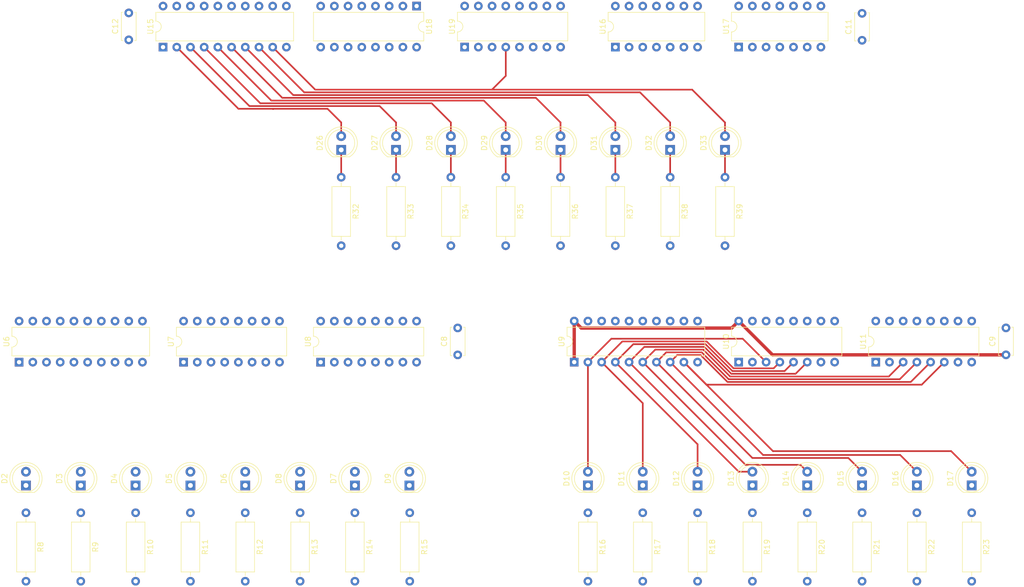
<source format=kicad_pcb>
(kicad_pcb (version 20240108) (generator "pcbnew") (generator_version "8.0")
  (layers (0 "F.Cu" signal) (31 "B.Cu" signal) (34 "B.Paste" user) (35 "F.Paste" user) (36 "B.SilkS" user "B.Silkscreen") (37 "F.SilkS" user "F.Silkscreen") (38 "B.Mask" user) (39 "F.Mask" user) (44 "Edge.Cuts" user))
  (net 0 "")
  (net 1 "VCC")
  (net 2 "GND")
  (net 3 "Net-(D2-K)")
  (net 4 "/ALU/A_0")
  (net 5 "Net-(D3-K)")
  (net 6 "/ALU/A_1")
  (net 7 "/ALU/A_2")
  (net 8 "Net-(D4-K)")
  (net 9 "Net-(D5-K)")
  (net 10 "/ALU/A_3")
  (net 11 "Net-(D6-K)")
  (net 12 "/ALU/A_4")
  (net 13 "/ALU/A_5")
  (net 14 "Net-(D7-K)")
  (net 15 "/ALU/A_6")
  (net 16 "Net-(D8-K)")
  (net 17 "Net-(D9-K)")
  (net 18 "/ALU/A_7")
  (net 19 "Net-(D10-K)")
  (net 20 "/ALU/B_0")
  (net 21 "/ALU/B_1")
  (net 22 "Net-(D11-K)")
  (net 23 "/ALU/B_2")
  (net 24 "Net-(D12-K)")
  (net 25 "Net-(D13-K)")
  (net 26 "/ALU/B_3")
  (net 27 "/ALU/B_4")
  (net 28 "Net-(D14-K)")
  (net 29 "Net-(D15-K)")
  (net 30 "/ALU/B_5")
  (net 31 "Net-(D16-K)")
  (net 32 "/ALU/B_6")
  (net 33 "/ALU/B_7")
  (net 34 "Net-(D17-K)")
  (net 35 "/ALU/SUM0")
  (net 36 "Net-(D26-K)")
  (net 37 "Net-(D27-K)")
  (net 38 "/ALU/SUM1")
  (net 39 "/ALU/SUM2")
  (net 40 "Net-(D28-K)")
  (net 41 "Net-(D29-K)")
  (net 42 "/ALU/SUM3")
  (net 43 "Net-(D30-K)")
  (net 44 "/ALU/SUM4")
  (net 45 "Net-(D31-K)")
  (net 46 "/ALU/SUM5")
  (net 47 "/ALU/SUM6")
  (net 48 "Net-(D32-K)")
  (net 49 "/ALU/SUM7")
  (net 50 "Net-(D33-K)")
  (net 51 "/Clock Module/~{CLK}")
  (net 52 "/Register A/~{RO}")
  (net 53 "/ALU/Data_Bus3")
  (net 54 "/ALU/Data_Bus1")
  (net 55 "/ALU/Data_Bus2")
  (net 56 "/ALU/Data_Bus0")
  (net 57 "/Register A/~{RI}")
  (net 58 "/Register A/CLR")
  (net 60 "/Register B/~{RO}")
  (net 61 "/Register B/~{RI}")
  (net 62 "/Register B/CLR")
  (net 65 "/ALU/~{EO}")
  (net 67 "/ALU/SU")
  (net 68 "/ALU/s_5")
  (net 69 "/ALU/s_7")
  (net 70 "/ALU/s_6")
  (net 71 "/ALU/s_4")
  (net 72 "/ALU/s_2")
  (net 73 "/ALU/s_1")
  (net 74 "/ALU/s_3")
  (net 75 "/ALU/s_0")
  (net 77 "Net-(U18-C0)")
  (footprint "Resistor_THT:R_Axial_DIN0309_L9.0mm_D3.2mm_P12.70mm_Horizontal" (layer "F.Cu") (at 248.92 121.92 -90)
    (property "Reference" "R39")
    (property "Value" "1K")
  )
  (footprint "Package_DIP:DIP-16_W7.62mm" (layer "F.Cu") (at 200.675 97.78 90)
    (property "Reference" "U19")
    (property "Value" "74LS283")
  )
  (footprint "Package_DIP:DIP-14_W7.62mm" (layer "F.Cu") (at 228.6 97.79 90)
    (property "Reference" "U16")
    (property "Value" "74LS86")
  )
  (footprint "LED_THT:LED_D5.0mm" (layer "F.Cu") (at 243.84 179.07 90)
    (property "Reference" "D12")
    (property "Value" "LED")
  )
  (footprint "Resistor_THT:R_Axial_DIN0309_L9.0mm_D3.2mm_P12.70mm_Horizontal" (layer "F.Cu") (at 187.96 121.92 -90)
    (property "Reference" "R33")
    (property "Value" "1K")
  )
  (footprint "Capacitor_THT:C_Disc_D5.0mm_W2.5mm_P5.00mm" (layer "F.Cu") (at 300.99 154.86 90)
    (property "Reference" "C9")
    (property "Value" "0.1uF")
  )
  (footprint "LED_THT:LED_D5.0mm" (layer "F.Cu") (at 177.8 116.84 90)
    (property "Reference" "D26")
    (property "Value" "LED")
  )
  (footprint "Package_DIP:DIP-20_W7.62mm" (layer "F.Cu") (at 118.105 156.22 90)
    (property "Reference" "U6")
    (property "Value" "74HC245")
  )
  (footprint "Package_DIP:DIP-16_W7.62mm" (layer "F.Cu") (at 191.77 90.17 -90)
    (property "Reference" "U18")
    (property "Value" "74LS283")
  )
  (footprint "Capacitor_THT:C_Disc_D5.0mm_W2.5mm_P5.00mm" (layer "F.Cu") (at 274.32 96.52 90)
    (property "Reference" "C11")
    (property "Value" "0.1uF")
  )
  (footprint "Resistor_THT:R_Axial_DIN0309_L9.0mm_D3.2mm_P12.70mm_Horizontal" (layer "F.Cu") (at 284.48 184.15 -90)
    (property "Reference" "R22")
    (property "Value" "1K")
  )
  (footprint "Resistor_THT:R_Axial_DIN0309_L9.0mm_D3.2mm_P12.70mm_Horizontal" (layer "F.Cu") (at 294.64 184.15 -90)
    (property "Reference" "R23")
    (property "Value" "1K")
  )
  (footprint "Resistor_THT:R_Axial_DIN0309_L9.0mm_D3.2mm_P12.70mm_Horizontal" (layer "F.Cu") (at 254 184.15 -90)
    (property "Reference" "R19")
    (property "Value" "1K")
  )
  (footprint "Resistor_THT:R_Axial_DIN0309_L9.0mm_D3.2mm_P12.70mm_Horizontal" (layer "F.Cu") (at 160.015 184.15 -90)
    (property "Reference" "R12")
    (property "Value" "1K")
  )
  (footprint "LED_THT:LED_D5.0mm" (layer "F.Cu") (at 190.425 179.08 90)
    (property "Reference" "D9")
    (property "Value" "LED")
  )
  (footprint "Resistor_THT:R_Axial_DIN0309_L9.0mm_D3.2mm_P12.70mm_Horizontal" (layer "F.Cu") (at 190.5 184.15 -90)
    (property "Reference" "R15")
    (property "Value" "1K")
  )
  (footprint "LED_THT:LED_D5.0mm" (layer "F.Cu") (at 160.015 179.08 90)
    (property "Reference" "D6")
    (property "Value" "LED")
  )
  (footprint "Package_DIP:DIP-16_W7.62mm" (layer "F.Cu") (at 173.985 156.22 90)
    (property "Reference" "U8")
    (property "Value" "74HC173")
  )
  (footprint "Resistor_THT:R_Axial_DIN0309_L9.0mm_D3.2mm_P12.70mm_Horizontal" (layer "F.Cu") (at 177.8 121.92 -90)
    (property "Reference" "R32")
    (property "Value" "1K")
  )
  (footprint "Resistor_THT:R_Axial_DIN0309_L9.0mm_D3.2mm_P12.70mm_Horizontal" (layer "F.Cu") (at 129.535 184.15 -90)
    (property "Reference" "R9")
    (property "Value" "1K")
  )
  (footprint "LED_THT:LED_D5.0mm" (layer "F.Cu") (at 180.335 179.08 90)
    (property "Reference" "D7")
    (property "Value" "LED")
  )
  (footprint "LED_THT:LED_D5.0mm" (layer "F.Cu") (at 228.6 116.84 90)
    (property "Reference" "D31")
    (property "Value" "LED")
  )
  (footprint "Capacitor_THT:C_Disc_D5.0mm_W2.5mm_P5.00mm" (layer "F.Cu") (at 138.43 96.44 90)
    (property "Reference" "C12")
    (property "Value" "0.1uF")
  )
  (footprint "LED_THT:LED_D5.0mm" (layer "F.Cu") (at 264.16 179.07 90)
    (property "Reference" "D14")
    (property "Value" "LED")
  )
  (footprint "LED_THT:LED_D5.0mm" (layer "F.Cu") (at 248.92 116.84 90)
    (property "Reference" "D33")
    (property "Value" "LED")
  )
  (footprint "LED_THT:LED_D5.0mm" (layer "F.Cu") (at 208.28 116.84 90)
    (property "Reference" "D29")
    (property "Value" "LED")
  )
  (footprint "LED_THT:LED_D5.0mm" (layer "F.Cu") (at 233.68 179.07 90)
    (property "Reference" "D11")
    (property "Value" "LED")
  )
  (footprint "Resistor_THT:R_Axial_DIN0309_L9.0mm_D3.2mm_P12.70mm_Horizontal" (layer "F.Cu") (at 238.76 121.92 -90)
    (property "Reference" "R38")
    (property "Value" "1K")
  )
  (footprint "LED_THT:LED_D5.0mm" (layer "F.Cu") (at 254 179.07 90)
    (property "Reference" "D13")
    (property "Value" "LED")
  )
  (footprint "Resistor_THT:R_Axial_DIN0309_L9.0mm_D3.2mm_P12.70mm_Horizontal" (layer "F.Cu") (at 170.18 184.15 -90)
    (property "Reference" "R13")
    (property "Value" "1K")
  )
  (footprint "Resistor_THT:R_Axial_DIN0309_L9.0mm_D3.2mm_P12.70mm_Horizontal" (layer "F.Cu") (at 243.84 184.15 -90)
    (property "Reference" "R18")
    (property "Value" "1K")
  )
  (footprint "LED_THT:LED_D5.0mm" (layer "F.Cu") (at 274.32 179.07 90)
    (property "Reference" "D15")
    (property "Value" "LED")
  )
  (footprint "LED_THT:LED_D5.0mm" (layer "F.Cu") (at 238.76 116.84 90)
    (property "Reference" "D32")
    (property "Value" "LED")
  )
  (footprint "Resistor_THT:R_Axial_DIN0309_L9.0mm_D3.2mm_P12.70mm_Horizontal" (layer "F.Cu") (at 139.7 184.15 -90)
    (property "Reference" "R10")
    (property "Value" "1K")
  )
  (footprint "LED_THT:LED_D5.0mm" (layer "F.Cu") (at 284.48 179.07 90)
    (property "Reference" "D16")
    (property "Value" "LED")
  )
  (footprint "LED_THT:LED_D5.0mm" (layer "F.Cu") (at 198.12 116.84 90)
    (property "Reference" "D28")
    (property "Value" "LED")
  )
  (footprint "LED_THT:LED_D5.0mm" (layer "F.Cu") (at 187.96 116.84 90)
    (property "Reference" "D27")
    (property "Value" "LED")
  )
  (footprint "Package_DIP:DIP-20_W7.62mm" (layer "F.Cu") (at 220.98 156.21 90)
    (property "Reference" "U9")
    (property "Value" "74HC245")
  )
  (footprint "Package_DIP:DIP-16_W7.62mm" (layer "F.Cu") (at 148.585 156.22 90)
    (property "Reference" "U7")
    (property "Value" "74HC173")
  )
  (footprint "Package_DIP:DIP-16_W7.62mm" (layer "F.Cu") (at 251.46 156.21 90)
    (property "Reference" "U10")
    (property "Value" "74HC173")
  )
  (footprint "Capacitor_THT:C_Disc_D5.0mm_W2.5mm_P5.00mm" (layer "F.Cu") (at 199.385 154.87 90)
    (property "Reference" "C8")
    (property "Value" "0.1uF")
  )
  (footprint "Resistor_THT:R_Axial_DIN0309_L9.0mm_D3.2mm_P12.70mm_Horizontal" (layer "F.Cu") (at 180.335 184.15 -90)
    (property "Reference" "R14")
    (property "Value" "1K")
  )
  (footprint "LED_THT:LED_D5.0mm" (layer "F.Cu") (at 218.44 116.84 90)
    (property "Reference" "D30")
    (property "Value" "LED")
  )
  (footprint "LED_THT:LED_D5.0mm" (layer "F.Cu") (at 170.175 179.08 90)
    (property "Reference" "D8")
    (property "Value" "LED")
  )
  (footprint "Resistor_THT:R_Axial_DIN0309_L9.0mm_D3.2mm_P12.70mm_Horizontal" (layer "F.Cu") (at 208.28 121.92 -90)
    (property "Reference" "R35")
    (property "Value" "1K")
  )
  (footprint "Resistor_THT:R_Axial_DIN0309_L9.0mm_D3.2mm_P12.70mm_Horizontal" (layer "F.Cu") (at 119.38 184.15 -90)
    (property "Reference" "R8")
    (property "Value" "1K")
  )
  (footprint "Resistor_THT:R_Axial_DIN0309_L9.0mm_D3.2mm_P12.70mm_Horizontal" (layer "F.Cu") (at 149.855 184.15 -90)
    (property "Reference" "R11")
    (property "Value" "1K")
  )
  (footprint "LED_THT:LED_D5.0mm" (layer "F.Cu") (at 294.64 179.07 90)
    (property "Reference" "D17")
    (property "Value" "LED")
  )
  (footprint "Resistor_THT:R_Axial_DIN0309_L9.0mm_D3.2mm_P12.70mm_Horizontal" (layer "F.Cu") (at 223.52 184.15 -90)
    (property "Reference" "R16")
    (property "Value" "1K")
  )
  (footprint "Resistor_THT:R_Axial_DIN0309_L9.0mm_D3.2mm_P12.70mm_Horizontal" (layer "F.Cu") (at 198.12 121.92 -90)
    (property "Reference" "R34")
    (property "Value" "1K")
  )
  (footprint "LED_THT:LED_D5.0mm" (layer "F.Cu") (at 139.695 179.08 90)
    (property "Reference" "D4")
    (property "Value" "LED")
  )
  (footprint "Resistor_THT:R_Axial_DIN0309_L9.0mm_D3.2mm_P12.70mm_Horizontal" (layer "F.Cu") (at 274.32 184.15 -90)
    (property "Reference" "R21")
    (property "Value" "1K")
  )
  (footprint "LED_THT:LED_D5.0mm" (layer "F.Cu") (at 129.535 179.08 90)
    (property "Reference" "D3")
    (property "Value" "LED")
  )
  (footprint "LED_THT:LED_D5.0mm" (layer "F.Cu") (at 223.52 179.07 90)
    (property "Reference" "D10")
    (property "Value" "LED")
  )
  (footprint "Resistor_THT:R_Axial_DIN0309_L9.0mm_D3.2mm_P12.70mm_Horizontal" (layer "F.Cu") (at 233.68 184.15 -90)
    (property "Reference" "R17")
    (property "Value" "1K")
  )
  (footprint "Resistor_THT:R_Axial_DIN0309_L9.0mm_D3.2mm_P12.70mm_Horizontal" (layer "F.Cu") (at 218.44 121.92 -90)
    (property "Reference" "R36")
    (property "Value" "1K")
  )
  (footprint "LED_THT:LED_D5.0mm" (layer "F.Cu") (at 119.375 179.08 90)
    (property "Reference" "D2")
    (property "Value" "LED")
  )
  (footprint "Package_DIP:DIP-20_W7.62mm" (layer "F.Cu") (at 144.78 97.79 90)
    (property "Reference" "U15")
    (property "Value" "74HC245")
  )
  (footprint "LED_THT:LED_D5.0mm" (layer "F.Cu") (at 149.855 179.08 90)
    (property "Reference" "D5")
    (property "Value" "LED")
  )
  (footprint "Resistor_THT:R_Axial_DIN0309_L9.0mm_D3.2mm_P12.70mm_Horizontal" (layer "F.Cu") (at 228.6 121.92 -90)
    (property "Reference" "R37")
    (property "Value" "1K")
  )
  (footprint "Resistor_THT:R_Axial_DIN0309_L9.0mm_D3.2mm_P12.70mm_Horizontal" (layer "F.Cu") (at 264.16 184.15 -90)
    (property "Reference" "R20")
    (property "Value" "1K")
  )
  (footprint "Package_DIP:DIP-14_W7.62mm" (layer "F.Cu") (at 251.455 97.78 90)
    (property "Reference" "U17")
    (property "Value" "74LS86")
  )
  (footprint "Package_DIP:DIP-16_W7.62mm" (layer "F.Cu") (at 276.86 156.21 90)
    (property "Reference" "U11")
    (property "Value" "74HC173")
  )
  (segment (start 250.1552 149.8948) (end 251.46 148.59) (width 0.6096) (layer "F.Cu") (net 1))
  (segment (start 300.99 154.86) (end 257.73 154.86) (width 0.6096) (layer "F.Cu") (net 1))
  (segment (start 257.73 154.86) (end 251.46 148.59) (width 0.6096) (layer "F.Cu") (net 1))
  (segment (start 222.2848 149.8948) (end 250.1552 149.8948) (width 0.6096) (layer "F.Cu") (net 1))
  (segment (start 220.98 156.21) (end 220.98 148.59) (width 0.6096) (layer "F.Cu") (net 1))
  (segment (start 220.98 148.59) (end 222.2848 149.8948) (width 0.6096) (layer "F.Cu") (net 1))
  (segment (start 223.52 176.53) (end 223.52 156.21) (width 0.3048) (layer "F.Cu") (net 20))
  (segment (start 227.8588 151.8712) (end 223.52 156.21) (width 0.3048) (layer "F.Cu") (net 20))
  (segment (start 256.54 156.21) (end 252.2012 151.8712) (width 0.3048) (layer "F.Cu") (net 20))
  (segment (start 252.2012 151.8712) (end 227.8588 151.8712) (width 0.3048) (layer "F.Cu") (net 20))
  (segment (start 259.08 156.21) (end 257.9276 157.3624) (width 0.3048) (layer "F.Cu") (net 21))
  (segment (start 229.894 152.376) (end 226.06 156.21) (width 0.3048) (layer "F.Cu") (net 21))
  (segment (start 233.68 163.83) (end 226.06 156.21) (width 0.3048) (layer "F.Cu") (net 21))
  (segment (start 233.68 176.53) (end 233.68 163.83) (width 0.3048) (layer "F.Cu") (net 21))
  (segment (start 257.9276 157.3624) (end 250.502984 157.3624) (width 0.3048) (layer "F.Cu") (net 21))
  (segment (start 250.502984 157.3624) (end 245.516584 152.376) (width 0.3048) (layer "F.Cu") (net 21))
  (segment (start 245.516584 152.376) (end 229.894 152.376) (width 0.3048) (layer "F.Cu") (net 21))
  (segment (start 245.307488 152.8808) (end 231.9292 152.8808) (width 0.3048) (layer "F.Cu") (net 23))
  (segment (start 250.293888 157.8672) (end 245.307488 152.8808) (width 0.3048) (layer "F.Cu") (net 23))
  (segment (start 231.9292 152.8808) (end 228.6 156.21) (width 0.3048) (layer "F.Cu") (net 23))
  (segment (start 243.84 171.45) (end 228.6 156.21) (width 0.3048) (layer "F.Cu") (net 23))
  (segment (start 259.9628 157.8672) (end 250.293888 157.8672) (width 0.3048) (layer "F.Cu") (net 23))
  (segment (start 243.84 176.53) (end 243.84 171.45) (width 0.3048) (layer "F.Cu") (net 23))
  (segment (start 261.62 156.21) (end 259.9628 157.8672) (width 0.3048) (layer "F.Cu") (net 23))
  (segment (start 254 176.53) (end 251.46 176.53) (width 0.3048) (layer "F.Cu") (net 26))
  (segment (start 233.9644 153.3856) (end 231.14 156.21) (width 0.3048) (layer "F.Cu") (net 26))
  (segment (start 261.998 158.372) (end 250.084792 158.372) (width 0.3048) (layer "F.Cu") (net 26))
  (segment (start 245.098392 153.3856) (end 233.9644 153.3856) (width 0.3048) (layer "F.Cu") (net 26))
  (segment (start 251.46 176.53) (end 231.14 156.21) (width 0.3048) (layer "F.Cu") (net 26))
  (segment (start 250.084792 158.372) (end 245.098392 153.3856) (width 0.3048) (layer "F.Cu") (net 26))
  (segment (start 264.16 156.21) (end 261.998 158.372) (width 0.3048) (layer "F.Cu") (net 26))
  (segment (start 249.875696 158.8768) (end 244.889296 153.8904) (width 0.3048) (layer "F.Cu") (net 27))
  (segment (start 235.9996 153.8904) (end 233.68 156.21) (width 0.3048) (layer "F.Cu") (net 27))
  (segment (start 281.94 156.21) (end 279.2732 158.8768) (width 0.3048) (layer "F.Cu") (net 27))
  (segment (start 262.89 175.26) (end 252.73 175.26) (width 0.3048) (layer "F.Cu") (net 27))
  (segment (start 279.2732 158.8768) (end 249.875696 158.8768) (width 0.3048) (layer "F.Cu") (net 27))
  (segment (start 252.73 175.26) (end 233.68 156.21) (width 0.3048) (layer "F.Cu") (net 27))
  (segment (start 244.889296 153.8904) (end 235.9996 153.8904) (width 0.3048) (layer "F.Cu") (net 27))
  (segment (start 264.16 176.53) (end 262.89 175.26) (width 0.3048) (layer "F.Cu") (net 27))
  (segment (start 274.32 176.53) (end 271.78 173.99) (width 0.3048) (layer "F.Cu") (net 30))
  (segment (start 271.78 173.99) (end 254 173.99) (width 0.3048) (layer "F.Cu") (net 30))
  (segment (start 254 173.99) (end 236.22 156.21) (width 0.3048) (layer "F.Cu") (net 30))
  (segment (start 249.595496 159.3816) (end 244.609096 154.3952) (width 0.3048) (layer "F.Cu") (net 30))
  (segment (start 244.609096 154.3952) (end 238.0348 154.3952) (width 0.3048) (layer "F.Cu") (net 30))
  (segment (start 238.0348 154.3952) (end 236.22 156.21) (width 0.3048) (layer "F.Cu") (net 30))
  (segment (start 281.3084 159.3816) (end 249.595496 159.3816) (width 0.3048) (layer "F.Cu") (net 30))
  (segment (start 284.48 156.21) (end 281.3084 159.3816) (width 0.3048) (layer "F.Cu") (net 30))
  (segment (start 283.3436 159.8864) (end 249.3864 159.8864) (width 0.3048) (layer "F.Cu") (net 32))
  (segment (start 287.02 156.21) (end 283.3436 159.8864) (width 0.3048) (layer "F.Cu") (net 32))
  (segment (start 284.48 176.53) (end 281.383896 173.433896) (width 0.3048) (layer "F.Cu") (net 32))
  (segment (start 255.983896 173.433896) (end 238.76 156.21) (width 0.3048) (layer "F.Cu") (net 32))
  (segment (start 281.383896 173.433896) (end 255.983896 173.433896) (width 0.3048) (layer "F.Cu") (net 32))
  (segment (start 244.4 154.9) (end 240.07 154.9) (width 0.3048) (layer "F.Cu") (net 32))
  (segment (start 240.07 154.9) (end 238.76 156.21) (width 0.3048) (layer "F.Cu") (net 32))
  (segment (start 249.3864 159.8864) (end 244.4 154.9) (width 0.3048) (layer "F.Cu") (net 32))
  (segment (start 257.81 172.72) (end 241.3 156.21) (width 0.3048) (layer "F.Cu") (net 33))
  (segment (start 294.64 176.53) (end 290.83 172.72) (width 0.3048) (layer "F.Cu") (net 33))
  (segment (start 289.56 156.21) (end 285.3788 160.3912) (width 0.3048) (layer "F.Cu") (net 33))
  (segment (start 290.83 172.72) (end 257.81 172.72) (width 0.3048) (layer "F.Cu") (net 33))
  (segment (start 285.3788 160.3912) (end 245.4812 160.3912) (width 0.3048) (layer "F.Cu") (net 33))
  (segment (start 245.4812 160.3912) (end 241.3 156.21) (width 0.3048) (layer "F.Cu") (net 33))
  (segment (start 177.8 111.76) (end 175.26 109.22) (width 0.3048) (layer "F.Cu") (net 35))
  (segment (start 177.8 114.3) (end 177.8 111.76) (width 0.3048) (layer "F.Cu") (net 35))
  (segment (start 158.75 109.22) (end 147.32 97.79) (width 0.3048) (layer "F.Cu") (net 35))
  (segment (start 165.1 109.22) (end 165.1508 109.22) (width 0.3048) (layer "F.Cu") (net 35))
  (segment (start 175.26 109.22) (end 165.1 109.22) (width 0.3048) (layer "F.Cu") (net 35))
  (segment (start 165.2016 109.2708) (end 165.1508 109.22) (width 0.3048) (layer "F.Cu") (net 35))
  (segment (start 165.1508 109.22) (end 158.75 109.22) (width 0.3048) (layer "F.Cu") (net 35))
  (segment (start 177.8 121.92) (end 177.8 116.84) (width 0.3048) (layer "F.Cu") (net 36))
  (segment (start 187.96 121.92) (end 187.96 116.84) (width 0.3048) (layer "F.Cu") (net 37))
  (segment (start 187.96 114.3) (end 187.96 111.76) (width 0.3048) (layer "F.Cu") (net 38))
  (segment (start 184.9152 108.7152) (end 160.7852 108.7152) (width 0.3048) (layer "F.Cu") (net 38))
  (segment (start 160.7852 108.7152) (end 149.86 97.79) (width 0.3048) (layer "F.Cu") (net 38))
  (segment (start 187.96 111.76) (end 184.9152 108.7152) (width 0.3048) (layer "F.Cu") (net 38))
  (segment (start 162.814 108.204) (end 152.4 97.79) (width 0.3048) (layer "F.Cu") (net 39))
  (segment (start 198.12 114.3) (end 198.12 111.76) (width 0.3048) (layer "F.Cu") (net 39))
  (segment (start 198.12 111.76) (end 194.564 108.204) (width 0.3048) (layer "F.Cu") (net 39))
  (segment (start 194.564 108.204) (end 162.814 108.204) (width 0.3048) (layer "F.Cu") (net 39))
  (segment (start 198.12 121.92) (end 198.12 116.84) (width 0.3048) (layer "F.Cu") (net 40))
  (segment (start 208.28 121.92) (end 208.28 116.84) (width 0.3048) (layer "F.Cu") (net 41))
  (segment (start 208.28 111.76) (end 204.2192 107.6992) (width 0.3048) (layer "F.Cu") (net 42))
  (segment (start 208.28 114.3) (end 208.28 111.76) (width 0.3048) (layer "F.Cu") (net 42))
  (segment (start 204.2192 107.6992) (end 164.8492 107.6992) (width 0.3048) (layer "F.Cu") (net 42))
  (segment (start 164.8492 107.6992) (end 154.94 97.79) (width 0.3048) (layer "F.Cu") (net 42))
  (segment (start 218.44 121.92) (end 218.44 116.84) (width 0.3048) (layer "F.Cu") (net 43))
  (segment (start 213.868 107.188) (end 166.878 107.188) (width 0.3048) (layer "F.Cu") (net 44))
  (segment (start 166.878 107.188) (end 157.48 97.79) (width 0.3048) (layer "F.Cu") (net 44))
  (segment (start 218.44 114.3) (end 218.44 111.76) (width 0.3048) (layer "F.Cu") (net 44))
  (segment (start 218.44 111.76) (end 213.868 107.188) (width 0.3048) (layer "F.Cu") (net 44))
  (segment (start 228.6 121.92) (end 228.6 116.84) (width 0.3048) (layer "F.Cu") (net 45))
  (segment (start 228.6 111.76) (end 223.52 106.68) (width 0.3048) (layer "F.Cu") (net 46))
  (segment (start 228.6 114.3) (end 228.6 111.76) (width 0.3048) (layer "F.Cu") (net 46))
  (segment (start 223.52 106.68) (end 168.91 106.68) (width 0.3048) (layer "F.Cu") (net 46))
  (segment (start 168.91 106.68) (end 160.02 97.79) (width 0.3048) (layer "F.Cu") (net 46))
  (segment (start 233.1752 106.1752) (end 170.9452 106.1752) (width 0.3048) (layer "F.Cu") (net 47))
  (segment (start 170.9452 106.1752) (end 162.56 97.79) (width 0.3048) (layer "F.Cu") (net 47))
  (segment (start 238.76 114.3) (end 238.76 111.76) (width 0.3048) (layer "F.Cu") (net 47))
  (segment (start 238.76 111.76) (end 233.1752 106.1752) (width 0.3048) (layer "F.Cu") (net 47))
  (segment (start 238.76 121.92) (end 238.76 116.84) (width 0.3048) (layer "F.Cu") (net 48))
  (segment (start 248.92 114.3) (end 248.92 111.76) (width 0.3048) (layer "F.Cu") (net 49))
  (segment (start 208.295 103.1154) (end 205.74 105.6704) (width 0.3048) (layer "F.Cu") (net 49))
  (segment (start 205.74 105.6704) (end 172.9804 105.6704) (width 0.3048) (layer "F.Cu") (net 49))
  (segment (start 172.9804 105.6704) (end 165.1 97.79) (width 0.3048) (layer "F.Cu") (net 49))
  (segment (start 242.8304 105.6704) (end 205.74 105.6704) (width 0.3048) (layer "F.Cu") (net 49))
  (segment (start 248.92 111.76) (end 242.8304 105.6704) (width 0.3048) (layer "F.Cu") (net 49))
  (segment (start 208.295 97.78) (end 208.295 103.1154) (width 0.3048) (layer "F.Cu") (net 49))
  (segment (start 248.92 121.92) (end 248.92 116.84) (width 0.3048) (layer "F.Cu") (net 50))
)
</source>
